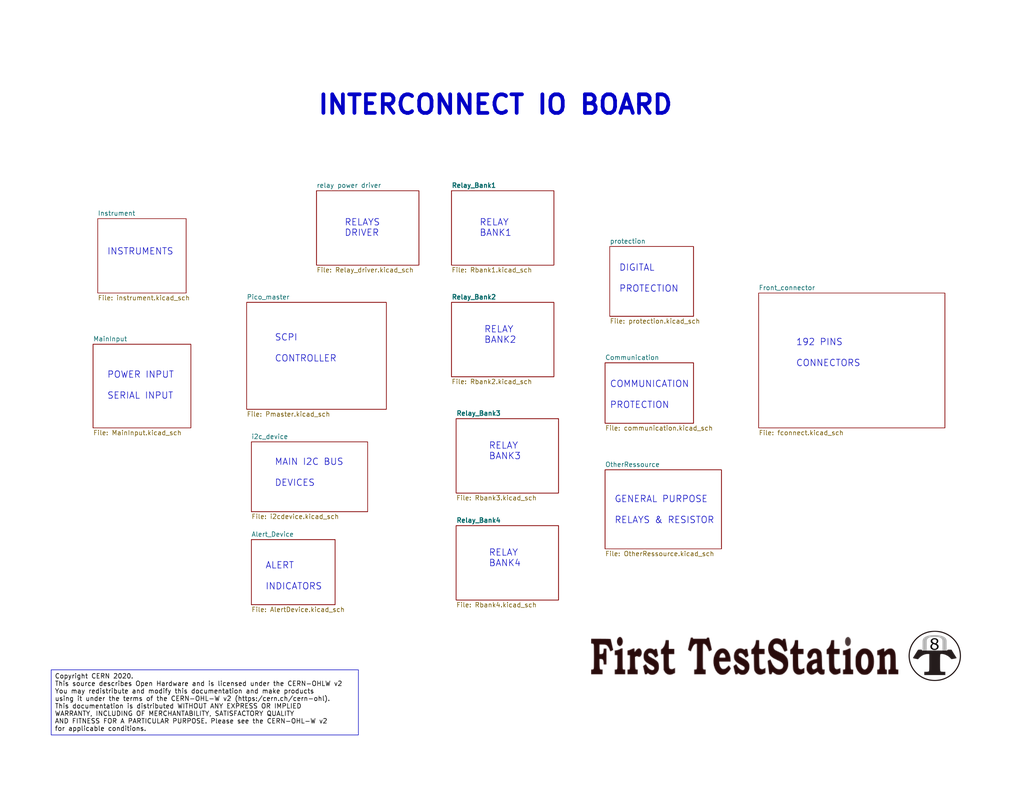
<source format=kicad_sch>
(kicad_sch (version 20230121) (generator eeschema)
  (paper "A")
  (title_block (title "Interconnect IO Board  640-1000-010") (date "2022-06-01") (rev "1.0"))
  (lib_symbols)
  (image (at 255.27 179.07))
  (image (at 203.2 179.07) (scale 2.13772))
  (text_box "Copyright CERN 2020.\nThis source describes Open Hardware and is licensed under the CERN-OHLW v2\nYou may redistribute and modify this documentation and make products\nusing it under the terms of the CERN-OHL-W v2 (https:/cern.ch/cern-ohl).\nThis documentation is distributed WITHOUT ANY EXPRESS OR IMPLIED\nWARRANTY, INCLUDING OF MERCHANTABILITY, SATISFACTORY QUALITY\nAND FITNESS FOR A PARTICULAR PURPOSE. Please see the CERN-OHL-W v2\nfor applicable conditions.\n" (at 13.97 182.88 0) (size 83.82 17.78) (effects (font (size 1.27 1.27)) (justify left top)))
  (text "ALERT\n\nINDICATORS" (at 72.39 161.29 0) (effects (font (size 1.778 1.778)) (justify left bottom)))
  (text "COMMUNICATION\n\nPROTECTION" (at 166.37 111.76 0) (effects (font (size 1.778 1.778)) (justify left bottom)))
  (text "SCPI \n\nCONTROLLER" (at 74.93 99.06 0) (effects (font (size 1.778 1.778)) (justify left bottom)))
  (text "RELAY \nBANK3" (at 133.35 125.73 0) (effects (font (size 1.778 1.778)) (justify left bottom)))
  (text "RELAYS\nDRIVER" (at 93.98 64.77 0) (effects (font (size 1.778 1.778)) (justify left bottom)))
  (text "INTERCONNECT IO BOARD" (at 86.36 31.75 0) (effects (font (size 5.08 5.08) (thickness 1.016) bold) (justify left bottom)))
  (text "INSTRUMENTS" (at 29.21 69.85 0) (effects (font (size 1.778 1.778)) (justify left bottom)))
  (text "DIGITAL\n\nPROTECTION" (at 168.91 80.01 0) (effects (font (size 1.778 1.778)) (justify left bottom)))
  (text "GENERAL PURPOSE\n\nRELAYS & RESISTOR\n\n" (at 167.64 146.05 0) (effects (font (size 1.778 1.778)) (justify left bottom)))
  (text "192 PINS\n\nCONNECTORS" (at 217.17 100.33 0) (effects (font (size 1.778 1.778)) (justify left bottom)))
  (text "MAIN I2C BUS\n\nDEVICES\n\n" (at 74.93 135.89 0) (effects (font (size 1.778 1.778)) (justify left bottom)))
  (text "RELAY \nBANK2" (at 132.08 93.98 0) (effects (font (size 1.778 1.778)) (justify left bottom)))
  (text "RELAY \nBANK1" (at 130.81 64.77 0) (effects (font (size 1.778 1.778)) (justify left bottom)))
  (text "POWER INPUT\n\nSERIAL INPUT" (at 29.21 109.22 0) (effects (font (size 1.778 1.778)) (justify left bottom)))
  (text "RELAY \nBANK4" (at 133.35 154.94 0) (effects (font (size 1.778 1.778)) (justify left bottom)))
  (sheet (at 86.36 52.07) (size 27.94 20.32) (stroke (width 0.1524))
    (property "Sheetname" "relay power driver" (at 86.36 51.3584 0) (effects (justify left bottom)))
    (property "Sheetfile" "Relay_driver.kicad_sch" (at 86.36 72.9746 0) (effects (justify left top)))
  )
  (sheet (at 68.58 120.65) (size 31.75 19.05) (stroke (width 0.1524))
    (property "Sheetname" "i2c_device" (at 68.58 119.9384 0) (effects (justify left bottom)))
    (property "Sheetfile" "i2cdevice.kicad_sch" (at 68.58 140.2846 0) (effects (justify left top)))
  )
  (sheet (at 165.1 99.06) (size 24.13 16.51) (stroke (width 0.1524))
    (property "Sheetname" "Communication" (at 165.1 98.3484 0) (effects (justify left bottom)))
    (property "Sheetfile" "communication.kicad_sch" (at 165.1 116.1546 0) (effects (justify left top)))
  )
  (sheet (at 124.46 143.51) (size 27.94 20.32) (stroke (width 0.1524))
    (property "Sheetname" "Relay_Bank4" (at 124.46 142.7984 0) (effects (font bold) (justify left bottom)))
    (property "Sheetfile" "Rbank4.kicad_sch" (at 124.46 164.4146 0) (effects (justify left top)))
  )
  (sheet (at 26.67 59.69) (size 24.13 20.32) (stroke (width 0.1524))
    (property "Sheetname" "Instrument" (at 26.67 58.9784 0) (effects (justify left bottom)))
    (property "Sheetfile" "instrument.kicad_sch" (at 26.67 80.5946 0) (effects (justify left top)))
  )
  (sheet (at 166.37 67.31) (size 22.86 19.05) (stroke (width 0.1524))
    (property "Sheetname" "protection" (at 166.37 66.5984 0) (effects (justify left bottom)))
    (property "Sheetfile" "protection.kicad_sch" (at 166.37 86.9446 0) (effects (justify left top)))
  )
  (sheet (at 124.46 114.3) (size 27.94 20.32) (stroke (width 0.1524))
    (property "Sheetname" "Relay_Bank3" (at 124.46 113.5884 0) (effects (font bold) (justify left bottom)))
    (property "Sheetfile" "Rbank3.kicad_sch" (at 124.46 135.2046 0) (effects (justify left top)))
  )
  (sheet (at 123.19 82.55) (size 27.94 20.32) (stroke (width 0.1524))
    (property "Sheetname" "Relay_Bank2" (at 123.19 81.8384 0) (effects (font bold) (justify left bottom)))
    (property "Sheetfile" "Rbank2.kicad_sch" (at 123.19 103.4546 0) (effects (justify left top)))
  )
  (sheet (at 67.31 82.55) (size 38.1 29.21) (stroke (width 0.1524))
    (property "Sheetname" "Pico_master" (at 67.31 81.8384 0) (effects (justify left bottom)))
    (property "Sheetfile" "Pmaster.kicad_sch" (at 67.31 112.3446 0) (effects (justify left top)))
  )
  (sheet (at 68.58 147.32) (size 22.86 17.78) (stroke (width 0.1524))
    (property "Sheetname" "Alert_Device" (at 68.58 146.6084 0) (effects (justify left bottom)))
    (property "Sheetfile" "AlertDevice.kicad_sch" (at 68.58 165.6846 0) (effects (justify left top)))
  )
  (sheet (at 165.1 128.27) (size 31.75 21.59) (stroke (width 0.1524))
    (property "Sheetname" "OtherRessource" (at 165.1 127.5584 0) (effects (justify left bottom)))
    (property "Sheetfile" "OtherRessource.kicad_sch" (at 165.1 150.4446 0) (effects (justify left top)))
  )
  (sheet (at 207.01 80.01) (size 50.8 36.83) (stroke (width 0.1524))
    (property "Sheetname" "Front_connector" (at 207.01 79.2984 0) (effects (justify left bottom)))
    (property "Sheetfile" "fconnect.kicad_sch" (at 207.01 117.4246 0) (effects (justify left top)))
  )
  (sheet (at 123.19 52.07) (size 27.94 20.32) (stroke (width 0.1524))
    (property "Sheetname" "Relay_Bank1" (at 123.19 51.3584 0) (effects (font bold) (justify left bottom)))
    (property "Sheetfile" "Rbank1.kicad_sch" (at 123.19 72.9746 0) (effects (justify left top)))
  )
  (sheet (at 25.4 93.98) (size 26.67 22.86) (stroke (width 0.1524))
    (property "Sheetname" "MainInput" (at 25.4 93.2684 0) (effects (justify left bottom)))
    (property "Sheetfile" "MainInput.kicad_sch" (at 25.4 117.4246 0) (effects (justify left top)))
  )
)
</source>
